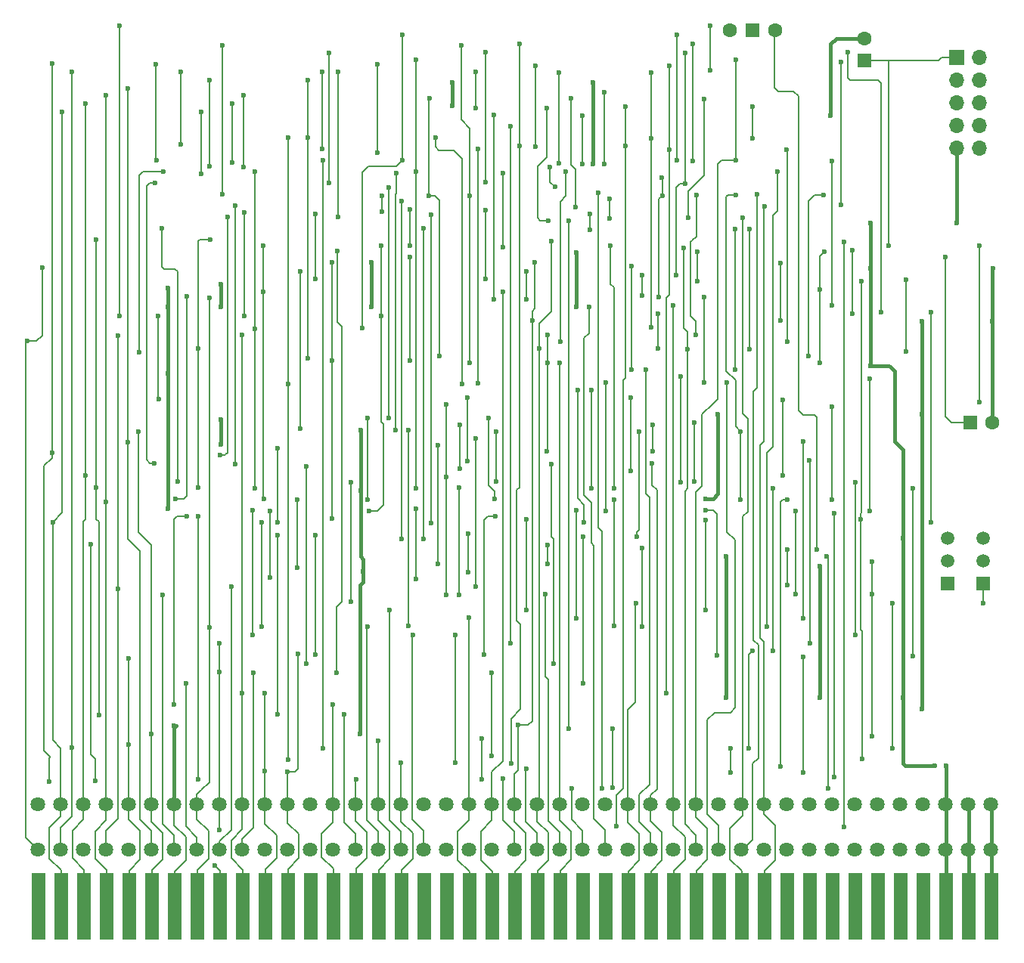
<source format=gbr>
%TF.GenerationSoftware,KiCad,Pcbnew,8.0.3*%
%TF.CreationDate,2025-02-02T19:27:09+01:00*%
%TF.ProjectId,BBARIII,42424152-4949-4492-9e6b-696361645f70,rev?*%
%TF.SameCoordinates,Original*%
%TF.FileFunction,Copper,L2,Bot*%
%TF.FilePolarity,Positive*%
%FSLAX46Y46*%
G04 Gerber Fmt 4.6, Leading zero omitted, Abs format (unit mm)*
G04 Created by KiCad (PCBNEW 8.0.3) date 2025-02-02 19:27:09*
%MOMM*%
%LPD*%
G01*
G04 APERTURE LIST*
%TA.AperFunction,ComponentPad*%
%ADD10R,1.500000X1.500000*%
%TD*%
%TA.AperFunction,ComponentPad*%
%ADD11C,1.600000*%
%TD*%
%TA.AperFunction,ComponentPad*%
%ADD12C,1.500000*%
%TD*%
%TA.AperFunction,ComponentPad*%
%ADD13R,1.600000X1.600000*%
%TD*%
%TA.AperFunction,ConnectorPad*%
%ADD14R,1.524000X7.500000*%
%TD*%
%TA.AperFunction,ComponentPad*%
%ADD15C,1.635000*%
%TD*%
%TA.AperFunction,ComponentPad*%
%ADD16R,1.700000X1.700000*%
%TD*%
%TA.AperFunction,ComponentPad*%
%ADD17O,1.700000X1.700000*%
%TD*%
%TA.AperFunction,ViaPad*%
%ADD18C,0.600000*%
%TD*%
%TA.AperFunction,Conductor*%
%ADD19C,0.200000*%
%TD*%
%TA.AperFunction,Conductor*%
%ADD20C,0.400000*%
%TD*%
G04 APERTURE END LIST*
D10*
%TO.P,SW1,1,B*%
%TO.N,Net-(SW1-B)*%
X176525000Y-45530000D03*
D11*
%TO.P,SW1,2,C*%
%TO.N,+5V*%
X173985000Y-45530000D03*
%TO.P,SW1,3,A*%
%TO.N,Net-(SW1-A)*%
X179065000Y-45530000D03*
%TD*%
D10*
%TO.P,Q2,1,D*%
%TO.N,/A22*%
X202390000Y-107545000D03*
D12*
%TO.P,Q2,2,G*%
%TO.N,Net-(Q1-G)*%
X202390000Y-105005000D03*
%TO.P,Q2,3,S*%
%TO.N,+5V*%
X202390000Y-102465000D03*
%TD*%
D13*
%TO.P,C1,1*%
%TO.N,Net-(J1-Pin_1)*%
X189115000Y-48960113D03*
D11*
%TO.P,C1,2*%
%TO.N,GND*%
X189115000Y-46460113D03*
%TD*%
D10*
%TO.P,Q1,1,D*%
%TO.N,/A22*%
X198365000Y-107545000D03*
D12*
%TO.P,Q1,2,G*%
%TO.N,Net-(Q1-G)*%
X198365000Y-105005000D03*
%TO.P,Q1,3,S*%
%TO.N,+5V*%
X198365000Y-102465000D03*
%TD*%
D14*
%TO.P,CN2,1,GND*%
%TO.N,GND*%
X203290000Y-143730000D03*
%TO.P,CN2,3,GND*%
X200750000Y-143730000D03*
%TO.P,CN2,5,+5*%
%TO.N,+5V*%
X198210000Y-143730000D03*
%TO.P,CN2,7,~{OWN}*%
%TO.N,unconnected-(CN2A-~{OWN}-Pad7)*%
X195670000Y-143730000D03*
%TO.P,CN2,9,~{SLAVE}*%
%TO.N,unconnected-(CN2A-~{SLAVE}-Pad9)*%
X193130000Y-143730000D03*
%TO.P,CN2,11,~{CFGOUT}*%
%TO.N,unconnected-(CN2A-~{CFGOUT}-Pad11)*%
X190590000Y-143730000D03*
%TO.P,CN2,13,GND*%
%TO.N,unconnected-(CN2B-GND-Pad13)*%
X188050000Y-143730000D03*
%TO.P,CN2,15,CDAC*%
%TO.N,unconnected-(CN2A-CDAC-Pad15)*%
X185510000Y-143730000D03*
%TO.P,CN2,17,~{OVR}*%
%TO.N,unconnected-(CN2A-~{OVR}-Pad17)*%
X182970000Y-143730000D03*
%TO.P,CN2,19,~{INT2}*%
%TO.N,unconnected-(CN2A-~{INT2}-Pad19)*%
X180430000Y-143730000D03*
%TO.P,CN2,21,A5*%
%TO.N,/A5*%
X177890000Y-143730000D03*
%TO.P,CN2,23,A6*%
%TO.N,/A6*%
X175350000Y-143730000D03*
%TO.P,CN2,25,GND*%
%TO.N,unconnected-(CN2B-GND-Pad25)*%
X172810000Y-143730000D03*
%TO.P,CN2,27,A2*%
%TO.N,/A2*%
X170270000Y-143730000D03*
%TO.P,CN2,29,A1*%
%TO.N,/A1*%
X167730000Y-143730000D03*
%TO.P,CN2,31,FC0*%
%TO.N,/~{FC0}*%
X165190000Y-143730000D03*
%TO.P,CN2,33,FC1*%
%TO.N,/~{FC1}*%
X162650000Y-143730000D03*
%TO.P,CN2,35,FC2*%
%TO.N,unconnected-(CN2A-FC2-Pad35)*%
X160110000Y-143730000D03*
%TO.P,CN2,37,GND*%
%TO.N,unconnected-(CN2B-GND-Pad37)*%
X157570000Y-143730000D03*
%TO.P,CN2,39,A13*%
%TO.N,/A13*%
X155030000Y-143730000D03*
%TO.P,CN2,41,A14*%
%TO.N,/A14*%
X152490000Y-143730000D03*
%TO.P,CN2,43,A15*%
%TO.N,/A15*%
X149950000Y-143730000D03*
%TO.P,CN2,45,A16*%
%TO.N,/A16*%
X147410000Y-143730000D03*
%TO.P,CN2,47,A17*%
%TO.N,/A17*%
X144870000Y-143730000D03*
%TO.P,CN2,49,GND*%
%TO.N,unconnected-(CN2B-GND-Pad49)*%
X142330000Y-143730000D03*
%TO.P,CN2,51,VMA*%
%TO.N,unconnected-(CN2A-VMA-Pad51)*%
X139790000Y-143730000D03*
%TO.P,CN2,53,~{RST}*%
%TO.N,/~{RST}*%
X137250000Y-143730000D03*
%TO.P,CN2,55,~{HALT}*%
%TO.N,/~{HLT}*%
X134710000Y-143730000D03*
%TO.P,CN2,57,A22*%
%TO.N,/A22*%
X132170000Y-143730000D03*
%TO.P,CN2,59,A23*%
%TO.N,/A23*%
X129630000Y-143730000D03*
%TO.P,CN2,61,GND*%
%TO.N,unconnected-(CN2B-GND-Pad61)*%
X127090000Y-143730000D03*
%TO.P,CN2,63,D15*%
%TO.N,/D15*%
X124550000Y-143730000D03*
%TO.P,CN2,65,D14*%
%TO.N,/D14*%
X122010000Y-143730000D03*
%TO.P,CN2,67,D13*%
%TO.N,/D13*%
X119470000Y-143730000D03*
%TO.P,CN2,69,D12*%
%TO.N,/D12*%
X116930000Y-143730000D03*
%TO.P,CN2,71,D11*%
%TO.N,/D11*%
X114390000Y-143730000D03*
%TO.P,CN2,73,GND*%
%TO.N,GND*%
X111850000Y-143730000D03*
%TO.P,CN2,75,D0*%
%TO.N,/D0*%
X109310000Y-143730000D03*
%TO.P,CN2,77,D1*%
%TO.N,/D1*%
X106770000Y-143730000D03*
%TO.P,CN2,79,D2*%
%TO.N,/D2*%
X104230000Y-143730000D03*
%TO.P,CN2,81,D3*%
%TO.N,/D3*%
X101690000Y-143730000D03*
%TO.P,CN2,83,D4*%
%TO.N,/D4*%
X99150000Y-143730000D03*
%TO.P,CN2,85,GND*%
%TO.N,unconnected-(CN2B-GND-Pad85)*%
X96610000Y-143730000D03*
%TD*%
D15*
%TO.P,CN1,1,1*%
%TO.N,GND*%
X203260000Y-132270000D03*
%TO.P,CN1,2,2*%
X203260000Y-137350000D03*
%TO.P,CN1,3,3*%
X200720000Y-132270000D03*
%TO.P,CN1,4,4*%
X200720000Y-137350000D03*
%TO.P,CN1,5,5*%
%TO.N,+5V*%
X198180000Y-132270000D03*
%TO.P,CN1,6,6*%
X198180000Y-137350000D03*
%TO.P,CN1,7,7*%
%TO.N,unconnected-(CN1-Pad7)*%
X195640000Y-132270000D03*
%TO.P,CN1,8,8*%
%TO.N,unconnected-(CN1-Pad8)*%
X195640000Y-137350000D03*
%TO.P,CN1,9,9*%
%TO.N,unconnected-(CN1-Pad9)*%
X193100000Y-132270000D03*
%TO.P,CN1,10,10*%
%TO.N,unconnected-(CN1-Pad10)*%
X193100000Y-137350000D03*
%TO.P,CN1,11,11*%
%TO.N,unconnected-(CN1-Pad11)*%
X190560000Y-132270000D03*
%TO.P,CN1,12,12*%
%TO.N,unconnected-(CN1-Pad12)*%
X190560000Y-137350000D03*
%TO.P,CN1,13,13*%
%TO.N,unconnected-(CN1-Pad13)*%
X188020000Y-132270000D03*
%TO.P,CN1,14,14*%
%TO.N,unconnected-(CN1-Pad14)*%
X188020000Y-137350000D03*
%TO.P,CN1,15,15*%
%TO.N,unconnected-(CN1-Pad15)*%
X185480000Y-132270000D03*
%TO.P,CN1,16,16*%
%TO.N,unconnected-(CN1-Pad16)*%
X185480000Y-137350000D03*
%TO.P,CN1,17,17*%
%TO.N,unconnected-(CN1-Pad17)*%
X182940000Y-132270000D03*
%TO.P,CN1,18,18*%
%TO.N,unconnected-(CN1-Pad18)*%
X182940000Y-137350000D03*
%TO.P,CN1,19,19*%
%TO.N,unconnected-(CN1-Pad19)*%
X180400000Y-132270000D03*
%TO.P,CN1,20,20*%
%TO.N,unconnected-(CN1-Pad20)*%
X180400000Y-137350000D03*
%TO.P,CN1,21,21*%
%TO.N,/A5*%
X177860000Y-132270000D03*
%TO.P,CN1,22,22*%
%TO.N,unconnected-(CN1-Pad22)*%
X177860000Y-137350000D03*
%TO.P,CN1,23,23*%
%TO.N,/A6*%
X175320000Y-132270000D03*
%TO.P,CN1,24,24*%
%TO.N,/A4*%
X175320000Y-137350000D03*
%TO.P,CN1,25,25*%
%TO.N,unconnected-(CN1-Pad25)*%
X172780000Y-132270000D03*
%TO.P,CN1,26,26*%
%TO.N,/A3*%
X172780000Y-137350000D03*
%TO.P,CN1,27,27*%
%TO.N,/A2*%
X170240000Y-132270000D03*
%TO.P,CN1,28,28*%
%TO.N,/A7*%
X170240000Y-137350000D03*
%TO.P,CN1,29,29*%
%TO.N,/A1*%
X167700000Y-132270000D03*
%TO.P,CN1,30,30*%
%TO.N,/A8*%
X167700000Y-137350000D03*
%TO.P,CN1,31,31*%
%TO.N,/~{FC0}*%
X165160000Y-132270000D03*
%TO.P,CN1,32,32*%
%TO.N,/A9*%
X165160000Y-137350000D03*
%TO.P,CN1,33,33*%
%TO.N,/~{FC1}*%
X162620000Y-132270000D03*
%TO.P,CN1,34,34*%
%TO.N,/A10*%
X162620000Y-137350000D03*
%TO.P,CN1,35,35*%
%TO.N,unconnected-(CN1-Pad35)*%
X160080000Y-132270000D03*
%TO.P,CN1,36,36*%
%TO.N,/A11*%
X160080000Y-137350000D03*
%TO.P,CN1,37,37*%
%TO.N,unconnected-(CN1-Pad37)*%
X157540000Y-132270000D03*
%TO.P,CN1,38,38*%
%TO.N,/A12*%
X157540000Y-137350000D03*
%TO.P,CN1,39,39*%
%TO.N,/A13*%
X155000000Y-132270000D03*
%TO.P,CN1,40,40*%
%TO.N,/~{EINT7}*%
X155000000Y-137350000D03*
%TO.P,CN1,41,41*%
%TO.N,/A14*%
X152460000Y-132270000D03*
%TO.P,CN1,42,42*%
%TO.N,/~{EINT5}*%
X152460000Y-137350000D03*
%TO.P,CN1,43,43*%
%TO.N,/A15*%
X149920000Y-132270000D03*
%TO.P,CN1,44,44*%
%TO.N,/~{EINT4}*%
X149920000Y-137350000D03*
%TO.P,CN1,45,45*%
%TO.N,/A16*%
X147380000Y-132270000D03*
%TO.P,CN1,46,46*%
%TO.N,unconnected-(CN1-Pad46)*%
X147380000Y-137350000D03*
%TO.P,CN1,47,47*%
%TO.N,/A17*%
X144840000Y-132270000D03*
%TO.P,CN1,48,48*%
%TO.N,unconnected-(CN1-Pad48)*%
X144840000Y-137350000D03*
%TO.P,CN1,49,49*%
%TO.N,unconnected-(CN1-Pad49)*%
X142300000Y-132270000D03*
%TO.P,CN1,50,50*%
%TO.N,unconnected-(CN1-Pad50)*%
X142300000Y-137350000D03*
%TO.P,CN1,51,51*%
%TO.N,unconnected-(CN1-Pad51)*%
X139760000Y-132270000D03*
%TO.P,CN1,52,52*%
%TO.N,/A18*%
X139760000Y-137350000D03*
%TO.P,CN1,53,53*%
%TO.N,/~{RST}*%
X137220000Y-132270000D03*
%TO.P,CN1,54,54*%
%TO.N,/A19*%
X137220000Y-137350000D03*
%TO.P,CN1,55,55*%
%TO.N,/~{HLT}*%
X134680000Y-132270000D03*
%TO.P,CN1,56,56*%
%TO.N,/A20*%
X134680000Y-137350000D03*
%TO.P,CN1,57,57*%
%TO.N,/A22*%
X132140000Y-132270000D03*
%TO.P,CN1,58,58*%
%TO.N,/A21*%
X132140000Y-137350000D03*
%TO.P,CN1,59,59*%
%TO.N,/A23*%
X129600000Y-132270000D03*
%TO.P,CN1,60,60*%
%TO.N,unconnected-(CN1-Pad60)*%
X129600000Y-137350000D03*
%TO.P,CN1,61,61*%
%TO.N,unconnected-(CN1-Pad61)*%
X127060000Y-132270000D03*
%TO.P,CN1,62,62*%
%TO.N,unconnected-(CN1-Pad62)*%
X127060000Y-137350000D03*
%TO.P,CN1,63,63*%
%TO.N,/D15*%
X124520000Y-132270000D03*
%TO.P,CN1,64,64*%
%TO.N,unconnected-(CN1-Pad64)*%
X124520000Y-137350000D03*
%TO.P,CN1,65,65*%
%TO.N,/D14*%
X121980000Y-132270000D03*
%TO.P,CN1,66,66*%
%TO.N,unconnected-(CN1-Pad66)*%
X121980000Y-137350000D03*
%TO.P,CN1,67,67*%
%TO.N,/D13*%
X119440000Y-132270000D03*
%TO.P,CN1,68,68*%
%TO.N,/R_W*%
X119440000Y-137350000D03*
%TO.P,CN1,69,69*%
%TO.N,/D12*%
X116900000Y-132270000D03*
%TO.P,CN1,70,70*%
%TO.N,/~{LDS}*%
X116900000Y-137350000D03*
%TO.P,CN1,71,71*%
%TO.N,/D11*%
X114360000Y-132270000D03*
%TO.P,CN1,72,72*%
%TO.N,/~{UDS}*%
X114360000Y-137350000D03*
%TO.P,CN1,73,73*%
%TO.N,GND*%
X111820000Y-132270000D03*
%TO.P,CN1,74,74*%
%TO.N,/~{AS}*%
X111820000Y-137350000D03*
%TO.P,CN1,75,75*%
%TO.N,/D0*%
X109280000Y-132270000D03*
%TO.P,CN1,76,76*%
%TO.N,/D10*%
X109280000Y-137350000D03*
%TO.P,CN1,77,77*%
%TO.N,/D1*%
X106740000Y-132270000D03*
%TO.P,CN1,78,78*%
%TO.N,/D9*%
X106740000Y-137350000D03*
%TO.P,CN1,79,79*%
%TO.N,/D2*%
X104200000Y-132270000D03*
%TO.P,CN1,80,80*%
%TO.N,/D8*%
X104200000Y-137350000D03*
%TO.P,CN1,81,81*%
%TO.N,/D3*%
X101660000Y-132270000D03*
%TO.P,CN1,82,82*%
%TO.N,/D7*%
X101660000Y-137350000D03*
%TO.P,CN1,83,83*%
%TO.N,/D4*%
X99120000Y-132270000D03*
%TO.P,CN1,84,84*%
%TO.N,/D6*%
X99120000Y-137350000D03*
%TO.P,CN1,85,85*%
%TO.N,GND*%
X96580000Y-132270000D03*
%TO.P,CN1,86,86*%
%TO.N,/D5*%
X96580000Y-137350000D03*
%TD*%
D13*
%TO.P,C6,1*%
%TO.N,Net-(D3-K)*%
X200904887Y-89505000D03*
D11*
%TO.P,C6,2*%
%TO.N,GND*%
X203404887Y-89505000D03*
%TD*%
D16*
%TO.P,J1,1,Pin_1*%
%TO.N,Net-(J1-Pin_1)*%
X199400000Y-48590000D03*
D17*
%TO.P,J1,2,Pin_2*%
%TO.N,Net-(J1-Pin_2)*%
X201940000Y-48590000D03*
%TO.P,J1,3,Pin_3*%
%TO.N,unconnected-(J1-Pin_3-Pad3)*%
X199400000Y-51130000D03*
%TO.P,J1,4,Pin_4*%
%TO.N,unconnected-(J1-Pin_4-Pad4)*%
X201940000Y-51130000D03*
%TO.P,J1,5,Pin_5*%
%TO.N,GND*%
X199400000Y-53670000D03*
%TO.P,J1,6,Pin_6*%
%TO.N,Net-(J1-Pin_6)*%
X201940000Y-53670000D03*
%TO.P,J1,7,Pin_7*%
%TO.N,unconnected-(J1-Pin_7-Pad7)*%
X199400000Y-56210000D03*
%TO.P,J1,8,Pin_8*%
%TO.N,unconnected-(J1-Pin_8-Pad8)*%
X201940000Y-56210000D03*
%TO.P,J1,9,Pin_9*%
%TO.N,+5V*%
X199400000Y-58750000D03*
%TO.P,J1,10,Pin_10*%
%TO.N,Net-(J1-Pin_10)*%
X201940000Y-58750000D03*
%TD*%
D18*
%TO.N,Net-(U10-~{CE})*%
X164220000Y-112410000D03*
X178150000Y-112410000D03*
X179370000Y-61440000D03*
X164220000Y-103540000D03*
%TO.N,Net-(U2-IO1)*%
X147730000Y-99970000D03*
X172540000Y-115550000D03*
X171280000Y-99340000D03*
X127580000Y-102160000D03*
X146460000Y-115520000D03*
X127590000Y-115520000D03*
%TO.N,/A5*%
X119660000Y-65980000D03*
X138200000Y-69720000D03*
X135000000Y-77540000D03*
X133610000Y-99410000D03*
X177870000Y-65320000D03*
X160530000Y-64450000D03*
X119650000Y-77550000D03*
X138200000Y-65620000D03*
X135000000Y-69720000D03*
X160530000Y-66680000D03*
%TO.N,/A8*%
X186780000Y-134780000D03*
X138180000Y-70980000D03*
X186780000Y-69240000D03*
X129460000Y-82570000D03*
X138190000Y-82560000D03*
X129450000Y-100290000D03*
X163040000Y-83580000D03*
X163020000Y-72010000D03*
X129450000Y-71590000D03*
%TO.N,/A15*%
X103370000Y-122240000D03*
X150310000Y-123410000D03*
X151900000Y-78060000D03*
X152160000Y-71570000D03*
X179650000Y-78060000D03*
X179650000Y-71620000D03*
X103080000Y-96830000D03*
X103080000Y-69050000D03*
%TO.N,GND*%
X158730000Y-51400000D03*
X117020000Y-89200000D03*
X203470000Y-72230000D03*
X132620000Y-124410000D03*
X132680000Y-97110000D03*
X172670000Y-88610000D03*
X111820000Y-123440000D03*
X195520000Y-78140000D03*
X195530000Y-88600000D03*
X142930000Y-54020000D03*
X158730000Y-60550000D03*
X185300000Y-55100000D03*
X171310000Y-98030000D03*
X132977500Y-106205000D03*
X132680000Y-90350000D03*
X195530000Y-121620000D03*
X203410000Y-78140000D03*
X117020000Y-91960000D03*
X142960000Y-51400000D03*
%TO.N,+5V*%
X156840000Y-70440000D03*
X173590000Y-120320000D03*
X111100000Y-83980000D03*
X111090000Y-74460000D03*
X133870000Y-71590000D03*
X186460000Y-49100000D03*
X117040000Y-74010000D03*
X133890000Y-76560000D03*
X156840000Y-76560000D03*
X186460000Y-65120000D03*
X193400000Y-120320000D03*
X117020000Y-76560000D03*
X189720000Y-67130000D03*
X189740000Y-83130000D03*
X111100000Y-99150000D03*
X189740000Y-72240000D03*
X196950000Y-127960000D03*
X193400000Y-102470000D03*
X173590000Y-104530000D03*
X199400000Y-67130000D03*
X111090000Y-76560000D03*
X184130000Y-105630000D03*
X198200000Y-127960000D03*
X184130000Y-120320000D03*
%TO.N,/~{OE}*%
X143970000Y-47290000D03*
X153540000Y-92770000D03*
X117210000Y-63950000D03*
X144930000Y-64130000D03*
X170250000Y-63990000D03*
X170200000Y-79710000D03*
X153570000Y-82850000D03*
X117210000Y-47300000D03*
X174690000Y-64010000D03*
X175190000Y-90510000D03*
X144920000Y-82850000D03*
X153570000Y-79700000D03*
X175190000Y-98150000D03*
%TO.N,Net-(U4-IO4)*%
X161050000Y-112270000D03*
X136560000Y-90370000D03*
X161050000Y-98150000D03*
X138070000Y-90380000D03*
X138070000Y-112270000D03*
X136690000Y-61560000D03*
%TO.N,Net-(U4-IO5)*%
X148590000Y-61600000D03*
X161030000Y-96890000D03*
X160630000Y-69690000D03*
X148590000Y-69850000D03*
%TO.N,/A1*%
X132850000Y-78960000D03*
X167700000Y-76390000D03*
X120820000Y-61400000D03*
X137330000Y-46060000D03*
X185450000Y-76410000D03*
X168060000Y-60150000D03*
X137330000Y-60160000D03*
X120810000Y-78980000D03*
X120810000Y-96860000D03*
X168060000Y-46060000D03*
X185450000Y-60180000D03*
%TO.N,Net-(U4-IO8)*%
X107920000Y-81660000D03*
X168480000Y-84320000D03*
X110610000Y-61390000D03*
X168480000Y-96210000D03*
%TO.N,/A16*%
X121820000Y-98090000D03*
X121810000Y-74890000D03*
X121810000Y-69690000D03*
X148600000Y-74890000D03*
%TO.N,Net-(U2-I8)*%
X143800000Y-94670000D03*
X165360000Y-89760000D03*
X143800000Y-89760000D03*
X165370000Y-92770000D03*
%TO.N,Net-(U2-I9)*%
X162920000Y-86700000D03*
X144670000Y-86710000D03*
X162920000Y-94950000D03*
X144670000Y-93810000D03*
%TO.N,Net-(U3-IO4)*%
X146980000Y-88990000D03*
X147660000Y-98100000D03*
X170010000Y-89520000D03*
X170010000Y-96130000D03*
%TO.N,/A9*%
X174580000Y-83610000D03*
X112180000Y-96120000D03*
X164600000Y-83600000D03*
X110450000Y-67750000D03*
X174580000Y-67810000D03*
%TO.N,Net-(U2-IO7)*%
X171280000Y-100410000D03*
X147870000Y-90510000D03*
X147870000Y-96120000D03*
X151210000Y-100310000D03*
X171290000Y-110500000D03*
X151220000Y-110510000D03*
%TO.N,Net-(U2-IO8)*%
X153580000Y-103210000D03*
X153580000Y-105370000D03*
X141360000Y-92050000D03*
X141360000Y-105370000D03*
%TO.N,Net-(U3-IO2)*%
X144710000Y-106240000D03*
X144710000Y-101930000D03*
%TO.N,Net-(U3-I03)*%
X138850000Y-107040000D03*
X138850000Y-99150000D03*
%TO.N,Net-(U3-I5)*%
X156830000Y-111420000D03*
X156840000Y-99370000D03*
X182210000Y-91650000D03*
X182210000Y-111420000D03*
%TO.N,Net-(U2-IO6)*%
X126590000Y-116520000D03*
X154010000Y-94200000D03*
X126590000Y-94420000D03*
X154300000Y-116520000D03*
%TO.N,/~{FC0}*%
X165320000Y-94060000D03*
%TO.N,/A17*%
X144840000Y-111380000D03*
X111970000Y-98090000D03*
X113220000Y-75380000D03*
%TO.N,Net-(U1-IO8)*%
X123400000Y-100660000D03*
X123400000Y-92370000D03*
%TO.N,Net-(U1-IO2)*%
X122540000Y-99390000D03*
X122530000Y-106900000D03*
%TO.N,/A18*%
X120590000Y-99360000D03*
X120590000Y-113280000D03*
X138530000Y-113280000D03*
%TO.N,Net-(U1-IO1)*%
X125550000Y-105750000D03*
X125570000Y-98130000D03*
%TO.N,Net-(Q1-G)*%
X189940000Y-108760000D03*
X189940000Y-124680000D03*
X189950000Y-105070000D03*
%TO.N,/A19*%
X135940000Y-110510000D03*
%TO.N,/A10*%
X155960000Y-123790000D03*
X171120000Y-53260000D03*
X155960000Y-66870000D03*
X145530000Y-54320000D03*
X153680000Y-66870000D03*
X169330000Y-66550000D03*
X160910000Y-123790000D03*
X130180000Y-50190000D03*
X160910000Y-130420000D03*
X153510000Y-54320000D03*
X116970000Y-93140000D03*
X130160000Y-66500000D03*
X117760000Y-66470000D03*
X145540000Y-50190000D03*
%TO.N,/~{FC1}*%
X131600000Y-109600000D03*
X131610000Y-96230000D03*
X163480000Y-109770000D03*
%TO.N,Net-(U5-I7)*%
X194510000Y-115710000D03*
X174080000Y-128700000D03*
X174080000Y-126010000D03*
X182200000Y-115720000D03*
X182190000Y-128700000D03*
X194520000Y-96910000D03*
%TO.N,Net-(U5-IO5)*%
X176130000Y-125990000D03*
X176590000Y-115060000D03*
X178850000Y-115060000D03*
X178850000Y-96910000D03*
%TO.N,Net-(U5-IO6)*%
X182910000Y-93720000D03*
X182960000Y-114200000D03*
%TO.N,/A11*%
X109590000Y-94050000D03*
X158270000Y-76540000D03*
X168990000Y-48070000D03*
X129180000Y-62700000D03*
X109700000Y-62670000D03*
X146680000Y-62570000D03*
X129180000Y-48070000D03*
X167970000Y-73000000D03*
X164190000Y-73010000D03*
X168990000Y-62740000D03*
X146680000Y-48050000D03*
X164190000Y-75300000D03*
%TO.N,/A12*%
X127650000Y-66140000D03*
X159690000Y-130470000D03*
X118650000Y-94190000D03*
X127650000Y-73390000D03*
X156340000Y-130470000D03*
X118650000Y-65190000D03*
X146670000Y-65710000D03*
X146660000Y-73390000D03*
X159280000Y-63760000D03*
%TO.N,/~{RST}*%
X143300000Y-113280000D03*
X137220000Y-127630000D03*
X188030000Y-113280000D03*
X188030000Y-96190000D03*
X143300000Y-127630000D03*
%TO.N,/A13*%
X125890000Y-72590000D03*
X184090000Y-74570000D03*
X184610000Y-70340000D03*
X184080000Y-82790000D03*
X125890000Y-90220000D03*
X155000000Y-82790000D03*
X151240000Y-72610000D03*
X151240000Y-75730000D03*
%TO.N,/A20*%
X121580000Y-112370000D03*
X133440000Y-112370000D03*
X121590000Y-100650000D03*
%TO.N,/A14*%
X152650000Y-81190000D03*
X154010000Y-69210000D03*
X114490000Y-81200000D03*
X165970000Y-81190000D03*
X187740000Y-70190000D03*
X165960000Y-77320000D03*
X114480000Y-96830000D03*
X115820000Y-69040000D03*
X187730000Y-77320000D03*
%TO.N,/~{HLT}*%
X134680000Y-125160000D03*
X179700000Y-128030000D03*
X180430000Y-98180000D03*
%TO.N,/A21*%
X123390000Y-102170000D03*
X123390000Y-122230000D03*
X130870000Y-122230000D03*
%TO.N,/A22*%
X132150000Y-129500000D03*
X192230000Y-109770000D03*
X192230000Y-125970000D03*
X146220000Y-129500000D03*
X146230000Y-124910000D03*
X202380000Y-109760000D03*
X114510000Y-99990000D03*
X114530000Y-129500000D03*
%TO.N,Net-(D3-A)*%
X189710000Y-99460000D03*
X201960000Y-87240000D03*
X189710000Y-84570000D03*
X201940000Y-69680000D03*
%TO.N,Net-(D3-K)*%
X193700000Y-81530000D03*
X193700000Y-73530000D03*
X198160000Y-70960000D03*
%TO.N,/A23*%
X129590000Y-121120000D03*
X113200000Y-100010000D03*
X111770000Y-121120000D03*
%TO.N,/D15*%
X150440000Y-47100000D03*
X150440000Y-58500000D03*
X169860000Y-60190000D03*
X169860000Y-47100000D03*
X125690000Y-115400000D03*
X124510000Y-128640000D03*
X149520000Y-127720000D03*
%TO.N,/A3*%
X133490000Y-89020000D03*
X171150000Y-75500000D03*
X166430000Y-62060000D03*
X166440000Y-64130000D03*
X166090000Y-75500000D03*
X135790000Y-89010000D03*
X135790000Y-63190000D03*
X133490000Y-98120000D03*
X171150000Y-85060000D03*
X173690000Y-85060000D03*
%TO.N,/A4*%
X182800000Y-82060000D03*
X184550000Y-63990000D03*
X140370000Y-53170000D03*
X140340000Y-64110000D03*
X137290000Y-64740000D03*
X135030000Y-65880000D03*
X156720000Y-65410000D03*
X137290000Y-102550000D03*
X141490000Y-82070000D03*
X135030000Y-64080000D03*
X177030000Y-63980000D03*
X156240000Y-53190000D03*
%TO.N,/A6*%
X158350000Y-67950000D03*
X158330000Y-66160000D03*
X140570000Y-66270000D03*
X175430000Y-66530000D03*
X140580000Y-100810000D03*
%TO.N,/A7*%
X176250000Y-67800000D03*
X139700000Y-67770000D03*
X169270000Y-81270000D03*
X139700000Y-102540000D03*
X176250000Y-81290000D03*
X168840000Y-69930000D03*
%TO.N,/A2*%
X153900000Y-60930000D03*
X174690000Y-48850000D03*
X154430000Y-63080000D03*
X138900000Y-96840000D03*
X138900000Y-48850000D03*
X138900000Y-61430000D03*
X174680000Y-60140000D03*
%TO.N,/D14*%
X166880000Y-119850000D03*
X152250000Y-49580000D03*
X121980000Y-128560000D03*
X167210000Y-49580000D03*
X152260000Y-58570000D03*
X121980000Y-119850000D03*
X167210000Y-58910000D03*
%TO.N,/R_W*%
X170340000Y-70340000D03*
X130080000Y-70320000D03*
X120700000Y-117520000D03*
X188780000Y-73710000D03*
X147380000Y-126880000D03*
X188640000Y-100390000D03*
X188810000Y-127210000D03*
X170340000Y-73710000D03*
X129980000Y-117520000D03*
X147380000Y-117520000D03*
%TO.N,/D13*%
X119430000Y-79730000D03*
X119430000Y-119800000D03*
X165180000Y-78820000D03*
X154910000Y-50330000D03*
X165180000Y-50330000D03*
X154910000Y-60430000D03*
X165180000Y-57650000D03*
%TO.N,/~{LDS}*%
X145600000Y-91290000D03*
X118180000Y-107870000D03*
X145590000Y-107870000D03*
%TO.N,/D12*%
X149480000Y-114270000D03*
X116370000Y-139150000D03*
X149460000Y-56360000D03*
X116900000Y-117440000D03*
X116900000Y-114270000D03*
X116900000Y-135130000D03*
%TO.N,/~{UDS}*%
X163840000Y-90530000D03*
X157600000Y-102310000D03*
X157600000Y-118710000D03*
X113110000Y-118710000D03*
X163560000Y-102320000D03*
%TO.N,/D11*%
X157470000Y-60590000D03*
X147590000Y-75690000D03*
X115750000Y-112440000D03*
X115750000Y-75510000D03*
X147590000Y-55090000D03*
X157490000Y-55105000D03*
%TO.N,/~{AS}*%
X179930000Y-86980000D03*
X110540000Y-108800000D03*
X142290000Y-87470000D03*
X142290000Y-108800000D03*
X179950000Y-95470000D03*
X142290000Y-95570000D03*
%TO.N,/D3*%
X101840000Y-53800000D03*
X118320000Y-60410000D03*
X118320000Y-53790000D03*
X101840000Y-95480000D03*
%TO.N,/D10*%
X159960000Y-60540000D03*
X159960000Y-52480000D03*
X106650000Y-52060000D03*
X106650000Y-91750000D03*
%TO.N,/D8*%
X180400000Y-58920000D03*
X155680000Y-61430000D03*
X105500000Y-108140000D03*
X180420000Y-80450000D03*
X105500000Y-79800000D03*
X155030000Y-80460000D03*
%TO.N,/D0*%
X160130000Y-85060000D03*
X145850000Y-58880000D03*
X145840000Y-85070000D03*
X160130000Y-99420000D03*
X128440000Y-60120000D03*
X109280000Y-124380000D03*
X128450000Y-125980000D03*
X107790000Y-90510000D03*
%TO.N,/D4*%
X114820000Y-54720000D03*
X98210000Y-100660000D03*
X99240000Y-54720000D03*
X114830000Y-61660000D03*
%TO.N,/D9*%
X102450000Y-103160000D03*
X162360000Y-58560000D03*
X161330000Y-134730000D03*
X176550000Y-57640000D03*
X176570000Y-54090000D03*
X162360000Y-54090000D03*
X102980000Y-129670000D03*
%TO.N,/D2*%
X104190000Y-52890000D03*
X104190000Y-98400000D03*
X119570000Y-52890000D03*
X119580000Y-60890000D03*
%TO.N,/D7*%
X109770000Y-49340000D03*
X97850000Y-129770000D03*
X134550000Y-59280000D03*
X134540000Y-49370000D03*
X98130000Y-92870000D03*
X98170000Y-49330000D03*
X109800000Y-60120000D03*
%TO.N,/D6*%
X128420000Y-50260000D03*
X112560000Y-50260000D03*
X100390000Y-125880000D03*
X112560000Y-58370000D03*
X100370000Y-50260000D03*
X128410000Y-58870000D03*
%TO.N,/D1*%
X124590000Y-127280000D03*
X156960000Y-85850000D03*
X144050000Y-85200000D03*
X157660000Y-100690000D03*
X124590000Y-57610000D03*
X106730000Y-115890000D03*
X106730000Y-125550000D03*
X124600000Y-85220000D03*
X141060000Y-57620000D03*
%TO.N,/D5*%
X126810000Y-82310000D03*
X115780000Y-51170000D03*
X126810000Y-51180000D03*
X97030000Y-72190000D03*
X95340000Y-80400000D03*
X126810000Y-57590000D03*
X115780000Y-60770000D03*
%TO.N,/~{EINT7}*%
X181350000Y-99460000D03*
X153380000Y-108750000D03*
X181350000Y-108750000D03*
%TO.N,/~{EINT5}*%
X151200000Y-128300000D03*
X185720000Y-99680000D03*
X185720000Y-129260000D03*
%TO.N,/~{EINT4}*%
X148650000Y-129420000D03*
X184850000Y-104490000D03*
X185050000Y-130480000D03*
%TO.N,Net-(SW1-A)*%
X143670000Y-96830000D03*
X180440000Y-107750000D03*
X180410000Y-103710000D03*
X143670000Y-108780000D03*
X183790000Y-103710000D03*
%TO.N,Net-(SW1-B)*%
X196530000Y-77170000D03*
X187190000Y-48050000D03*
X196530000Y-100720000D03*
X190920000Y-77170000D03*
%TO.N,Net-(J1-Pin_1)*%
X191760000Y-69700000D03*
%TO.N,Net-(J1-Pin_10)*%
X158530000Y-85860000D03*
X158520000Y-96850000D03*
%TO.N,Net-(J1-Pin_2)*%
X171790000Y-50100000D03*
X105650000Y-77550000D03*
X185470000Y-87740000D03*
X110050000Y-86890000D03*
X185460000Y-98180000D03*
X105650000Y-45060000D03*
X110040000Y-77550000D03*
X171790000Y-45060000D03*
%TD*%
D19*
%TO.N,Net-(U10-~{CE})*%
X178810000Y-92240000D02*
X178150000Y-92900000D01*
X164220000Y-103540000D02*
X164220000Y-112410000D01*
X179370000Y-61460000D02*
X179360000Y-61470000D01*
X178150000Y-92900000D02*
X178150000Y-112410000D01*
X179360000Y-61470000D02*
X179360000Y-65770000D01*
X179360000Y-65770000D02*
X179340000Y-65770000D01*
X179340000Y-65770000D02*
X178810000Y-66300000D01*
X178810000Y-66300000D02*
X178810000Y-92240000D01*
%TO.N,Net-(U2-IO1)*%
X146460000Y-100420000D02*
X146460000Y-115520000D01*
X172540000Y-99750000D02*
X172130000Y-99340000D01*
X146910000Y-99970000D02*
X146460000Y-100420000D01*
X127580000Y-115510000D02*
X127590000Y-115520000D01*
X172540000Y-115550000D02*
X172540000Y-99750000D01*
X147730000Y-99970000D02*
X146910000Y-99970000D01*
X172130000Y-99340000D02*
X171280000Y-99340000D01*
X127580000Y-102160000D02*
X127580000Y-115510000D01*
%TO.N,/A5*%
X177860000Y-114080000D02*
X177410000Y-113630000D01*
X177890000Y-143730000D02*
X177890000Y-139760000D01*
X135230000Y-89700000D02*
X135230000Y-98780000D01*
X179110000Y-134660000D02*
X177860000Y-133410000D01*
X177860000Y-91600000D02*
X177860000Y-65330000D01*
X179110000Y-138540000D02*
X179110000Y-134660000D01*
X135000000Y-69720000D02*
X135000000Y-77540000D01*
X177410000Y-92050000D02*
X177860000Y-91600000D01*
X160530000Y-64450000D02*
X160530000Y-66680000D01*
X119650000Y-77550000D02*
X119650000Y-65990000D01*
X119650000Y-65990000D02*
X119660000Y-65980000D01*
X134600000Y-99410000D02*
X133610000Y-99410000D01*
X135230000Y-98780000D02*
X134600000Y-99410000D01*
X135000000Y-89470000D02*
X135230000Y-89700000D01*
X177410000Y-113630000D02*
X177410000Y-92050000D01*
X138200000Y-65620000D02*
X138200000Y-69720000D01*
X135000000Y-77540000D02*
X135000000Y-89470000D01*
X177890000Y-139760000D02*
X179110000Y-138540000D01*
X177860000Y-133410000D02*
X177860000Y-114080000D01*
X177860000Y-65330000D02*
X177870000Y-65320000D01*
%TO.N,/A8*%
X163020000Y-83560000D02*
X163040000Y-83580000D01*
X129460000Y-82570000D02*
X129460000Y-71600000D01*
X186780000Y-69240000D02*
X186780000Y-134780000D01*
X129460000Y-100280000D02*
X129450000Y-100290000D01*
X138190000Y-82560000D02*
X138190000Y-70990000D01*
X138190000Y-70990000D02*
X138180000Y-70980000D01*
X129460000Y-71600000D02*
X129450000Y-71590000D01*
X163020000Y-72010000D02*
X163020000Y-83560000D01*
X129460000Y-82570000D02*
X129460000Y-100280000D01*
%TO.N,/A15*%
X149950000Y-139770000D02*
X151190000Y-138530000D01*
X149920000Y-132270000D02*
X149920000Y-128860000D01*
X149920000Y-128860000D02*
X150310000Y-128470000D01*
X103080000Y-100340000D02*
X103080000Y-96830000D01*
X151190000Y-135470000D02*
X149920000Y-134200000D01*
X150310000Y-123410000D02*
X151440000Y-123410000D01*
X149920000Y-134200000D02*
X149920000Y-132270000D01*
X103370000Y-100630000D02*
X103080000Y-100340000D01*
X151900000Y-77030000D02*
X152160000Y-76770000D01*
X151900000Y-122950000D02*
X151900000Y-78060000D01*
X150310000Y-128470000D02*
X150310000Y-123410000D01*
X151190000Y-138530000D02*
X151190000Y-135470000D01*
X179650000Y-78060000D02*
X179650000Y-71620000D01*
X151900000Y-78060000D02*
X151900000Y-77030000D01*
X151440000Y-123410000D02*
X151900000Y-122950000D01*
X103080000Y-96830000D02*
X103080000Y-69050000D01*
X149950000Y-143730000D02*
X149950000Y-139770000D01*
X103370000Y-122240000D02*
X103370000Y-100630000D01*
X152160000Y-76770000D02*
X152160000Y-71570000D01*
D20*
%TO.N,GND*%
X203260000Y-137350000D02*
X203280000Y-137330000D01*
X185300000Y-47080000D02*
X185300000Y-55100000D01*
X203420000Y-78150000D02*
X203420000Y-89500113D01*
X172670000Y-88610000D02*
X172670000Y-97470000D01*
D19*
X113120000Y-135920000D02*
X111820000Y-134620000D01*
D20*
X185919887Y-46460113D02*
X185300000Y-47080000D01*
X203420000Y-89500113D02*
X203424887Y-89505000D01*
X203410000Y-78140000D02*
X203420000Y-78150000D01*
D19*
X111850000Y-139770000D02*
X113120000Y-138500000D01*
D20*
X132977500Y-106205000D02*
X132977500Y-107372500D01*
X195530000Y-78150000D02*
X195520000Y-78140000D01*
X203410000Y-78140000D02*
X203420000Y-78130000D01*
X172670000Y-97470000D02*
X172110000Y-98030000D01*
D19*
X111820000Y-134620000D02*
X111820000Y-132270000D01*
D20*
X200730000Y-132280000D02*
X200720000Y-132270000D01*
X200730000Y-143710000D02*
X200730000Y-132280000D01*
X195530000Y-121620000D02*
X195530000Y-88600000D01*
X132620000Y-107730000D02*
X132620000Y-124410000D01*
X132977500Y-104807500D02*
X132977500Y-106205000D01*
X112000000Y-123440000D02*
X111820000Y-123620000D01*
X203290000Y-143730000D02*
X203290000Y-137380000D01*
X203420000Y-78130000D02*
X203420000Y-72280000D01*
X203260000Y-132270000D02*
X203275000Y-132255000D01*
X142960000Y-51400000D02*
X142940000Y-51420000D01*
X111820000Y-123620000D02*
X111820000Y-132270000D01*
X200750000Y-143730000D02*
X200730000Y-143710000D01*
X132680000Y-90350000D02*
X132680000Y-97110000D01*
X203280000Y-137330000D02*
X203280000Y-132290000D01*
X203275000Y-132255000D02*
X203430000Y-132255000D01*
D19*
X113120000Y-138500000D02*
X113120000Y-135920000D01*
X111850000Y-143730000D02*
X111850000Y-139770000D01*
D20*
X132977500Y-107372500D02*
X132620000Y-107730000D01*
X200735000Y-132255000D02*
X200890000Y-132255000D01*
X189115000Y-46460113D02*
X185919887Y-46460113D01*
X203290000Y-137380000D02*
X203260000Y-137350000D01*
X142940000Y-51420000D02*
X142940000Y-54010000D01*
X203280000Y-132290000D02*
X203260000Y-132270000D01*
X158730000Y-60550000D02*
X158730000Y-51400000D01*
X200720000Y-132270000D02*
X200735000Y-132255000D01*
X195530000Y-88600000D02*
X195530000Y-78150000D01*
X117020000Y-91960000D02*
X117020000Y-89200000D01*
X132680000Y-104510000D02*
X132977500Y-104807500D01*
X203420000Y-72280000D02*
X203470000Y-72230000D01*
X172110000Y-98030000D02*
X171310000Y-98030000D01*
X142940000Y-54010000D02*
X142930000Y-54020000D01*
X132680000Y-97110000D02*
X132680000Y-104510000D01*
%TO.N,+5V*%
X193400000Y-120320000D02*
X193400000Y-102470000D01*
X133870000Y-71590000D02*
X133870000Y-76540000D01*
X192450000Y-91610000D02*
X192450000Y-83760000D01*
X199400000Y-67130000D02*
X199390000Y-67120000D01*
X191820000Y-83130000D02*
X189740000Y-83130000D01*
X189740000Y-72240000D02*
X189740000Y-67150000D01*
X111100000Y-76550000D02*
X111100000Y-74470000D01*
X196950000Y-127960000D02*
X193650000Y-127960000D01*
X111090000Y-76560000D02*
X111100000Y-76550000D01*
X193400000Y-102470000D02*
X193400000Y-92560000D01*
X133870000Y-76540000D02*
X133890000Y-76560000D01*
X117040000Y-74010000D02*
X117040000Y-76540000D01*
X184130000Y-120320000D02*
X184130000Y-105630000D01*
X111100000Y-76570000D02*
X111090000Y-76560000D01*
X111100000Y-99150000D02*
X111100000Y-83980000D01*
X193650000Y-127960000D02*
X193400000Y-127710000D01*
X192450000Y-83760000D02*
X191960000Y-83270000D01*
X193400000Y-127710000D02*
X193400000Y-120320000D01*
X117040000Y-76540000D02*
X117020000Y-76560000D01*
X198210000Y-128030000D02*
X198210000Y-143730000D01*
X111100000Y-74470000D02*
X111090000Y-74460000D01*
X173590000Y-104530000D02*
X173590000Y-120320000D01*
X198140000Y-127960000D02*
X198210000Y-128030000D01*
X189740000Y-83130000D02*
X189740000Y-72240000D01*
X199390000Y-58760000D02*
X199400000Y-58750000D01*
X191960000Y-83270000D02*
X191820000Y-83130000D01*
D19*
X186460000Y-65120000D02*
X186460000Y-49100000D01*
D20*
X156840000Y-76560000D02*
X156840000Y-70440000D01*
X111100000Y-83980000D02*
X111100000Y-76570000D01*
X189740000Y-67150000D02*
X189720000Y-67130000D01*
X199390000Y-67120000D02*
X199390000Y-58760000D01*
X193400000Y-92560000D02*
X192450000Y-91610000D01*
D19*
%TO.N,/~{OE}*%
X117210000Y-47300000D02*
X117210000Y-63950000D01*
X169630000Y-77580000D02*
X170110000Y-78060000D01*
X153570000Y-82850000D02*
X153570000Y-92740000D01*
X170250000Y-68650000D02*
X169790000Y-69110000D01*
X143950000Y-55600000D02*
X143950000Y-47310000D01*
X144930000Y-82840000D02*
X144920000Y-82850000D01*
X170200000Y-78150000D02*
X170200000Y-79710000D01*
X170250000Y-63990000D02*
X170250000Y-68650000D01*
X173610000Y-64640000D02*
X173610000Y-64230000D01*
X169790000Y-69110000D02*
X169630000Y-69270000D01*
X174650000Y-84810000D02*
X173610000Y-83770000D01*
X153570000Y-92740000D02*
X153540000Y-92770000D01*
X175190000Y-90510000D02*
X174650000Y-89970000D01*
X173840000Y-64000000D02*
X174680000Y-64000000D01*
X170110000Y-78060000D02*
X170200000Y-78150000D01*
X169630000Y-69270000D02*
X169630000Y-77420000D01*
X144930000Y-56580000D02*
X143950000Y-55600000D01*
X169630000Y-77420000D02*
X169630000Y-77580000D01*
X173610000Y-83770000D02*
X173610000Y-64640000D01*
X173610000Y-64230000D02*
X173840000Y-64000000D01*
X153570000Y-79700000D02*
X153570000Y-82850000D01*
X174680000Y-64000000D02*
X174690000Y-64010000D01*
X175190000Y-90510000D02*
X175190000Y-98150000D01*
X144930000Y-64130000D02*
X144930000Y-56580000D01*
X174650000Y-89970000D02*
X174650000Y-84810000D01*
X144930000Y-64130000D02*
X144930000Y-82840000D01*
X143950000Y-47310000D02*
X143970000Y-47290000D01*
%TO.N,Net-(U4-IO4)*%
X136700000Y-61570000D02*
X136690000Y-61560000D01*
X161050000Y-98150000D02*
X161050000Y-112270000D01*
X136560000Y-63960000D02*
X136700000Y-63820000D01*
X138070000Y-112270000D02*
X138070000Y-90380000D01*
X136700000Y-63820000D02*
X136700000Y-61570000D01*
X136560000Y-90370000D02*
X136560000Y-63960000D01*
%TO.N,Net-(U4-IO5)*%
X148590000Y-69850000D02*
X148590000Y-61600000D01*
X160630000Y-74000000D02*
X160630000Y-69690000D01*
X161020000Y-74390000D02*
X160630000Y-74000000D01*
X161020000Y-96550000D02*
X161020000Y-74450000D01*
X161030000Y-96560000D02*
X161020000Y-96550000D01*
X161030000Y-96890000D02*
X161030000Y-96560000D01*
X161020000Y-74450000D02*
X161020000Y-74390000D01*
%TO.N,/A1*%
X120810000Y-78980000D02*
X120810000Y-61410000D01*
X167730000Y-143730000D02*
X167730000Y-139680000D01*
X167730000Y-139680000D02*
X168980000Y-138430000D01*
X168980000Y-135920000D02*
X167700000Y-134640000D01*
X132850000Y-78960000D02*
X132850000Y-61510000D01*
X136660000Y-60830000D02*
X137330000Y-60160000D01*
X120810000Y-61410000D02*
X120820000Y-61400000D01*
X168980000Y-138430000D02*
X168980000Y-135920000D01*
X133530000Y-60830000D02*
X136660000Y-60830000D01*
X132850000Y-61510000D02*
X133530000Y-60830000D01*
X185450000Y-60180000D02*
X185450000Y-76410000D01*
X167700000Y-134640000D02*
X167700000Y-132270000D01*
X168060000Y-46110000D02*
X168060000Y-60150000D01*
X167700000Y-132270000D02*
X167700000Y-76390000D01*
X137330000Y-60160000D02*
X137330000Y-46060000D01*
X120810000Y-78980000D02*
X120810000Y-96860000D01*
%TO.N,Net-(U4-IO8)*%
X108330000Y-61390000D02*
X107920000Y-61800000D01*
X110610000Y-61390000D02*
X108330000Y-61390000D01*
X107920000Y-61800000D02*
X107920000Y-81660000D01*
X168480000Y-96210000D02*
X168480000Y-84320000D01*
%TO.N,/A16*%
X121810000Y-98080000D02*
X121820000Y-98090000D01*
X147380000Y-132270000D02*
X147380000Y-128630000D01*
X147410000Y-143730000D02*
X147410000Y-139805000D01*
X146120000Y-135290000D02*
X147380000Y-134030000D01*
X147410000Y-139805000D02*
X146120000Y-138515000D01*
X147380000Y-128630000D02*
X148600000Y-127410000D01*
X148600000Y-127410000D02*
X148600000Y-74890000D01*
X146120000Y-138515000D02*
X146120000Y-135290000D01*
X121810000Y-74890000D02*
X121810000Y-98080000D01*
X121810000Y-74890000D02*
X121810000Y-69690000D01*
X147380000Y-134030000D02*
X147380000Y-132270000D01*
%TO.N,Net-(U2-I8)*%
X165360000Y-89760000D02*
X165360000Y-92760000D01*
X143800000Y-94670000D02*
X143800000Y-89760000D01*
X165360000Y-92760000D02*
X165370000Y-92770000D01*
%TO.N,Net-(U2-I9)*%
X162920000Y-86700000D02*
X162920000Y-94950000D01*
X144670000Y-93810000D02*
X144670000Y-86710000D01*
%TO.N,Net-(U3-IO4)*%
X170010000Y-89520000D02*
X170010000Y-96130000D01*
X147660000Y-97200000D02*
X146980000Y-96520000D01*
X147660000Y-98100000D02*
X147660000Y-97200000D01*
X146980000Y-96520000D02*
X146980000Y-88990000D01*
%TO.N,/A9*%
X165160000Y-135510000D02*
X164010000Y-134360000D01*
X163890000Y-134240000D02*
X163890000Y-131310000D01*
X110450000Y-67750000D02*
X110450000Y-72060000D01*
X164600000Y-86180000D02*
X164600000Y-83600000D01*
X164010000Y-134360000D02*
X163890000Y-134240000D01*
X165160000Y-137350000D02*
X165160000Y-135510000D01*
X164600000Y-97500000D02*
X164600000Y-86180000D01*
X165000000Y-130080000D02*
X165000000Y-97900000D01*
X174580000Y-83610000D02*
X174580000Y-67810000D01*
X163890000Y-131190000D02*
X165000000Y-130080000D01*
X111860000Y-72290000D02*
X112180000Y-72610000D01*
X165000000Y-97900000D02*
X164600000Y-97500000D01*
X110450000Y-72060000D02*
X110680000Y-72290000D01*
X110680000Y-72290000D02*
X111860000Y-72290000D01*
X163890000Y-131310000D02*
X163890000Y-131190000D01*
X112180000Y-72610000D02*
X112180000Y-96120000D01*
%TO.N,Net-(U2-IO7)*%
X151220000Y-110510000D02*
X151210000Y-110500000D01*
X147870000Y-90510000D02*
X147870000Y-96120000D01*
X151210000Y-110500000D02*
X151210000Y-100310000D01*
X171290000Y-110500000D02*
X171290000Y-100420000D01*
X171290000Y-100420000D02*
X171280000Y-100410000D01*
%TO.N,Net-(U2-IO8)*%
X141360000Y-92050000D02*
X141360000Y-105370000D01*
X153580000Y-103210000D02*
X153580000Y-105370000D01*
%TO.N,Net-(U3-IO2)*%
X144710000Y-101930000D02*
X144710000Y-106240000D01*
%TO.N,Net-(U3-I03)*%
X138850000Y-99150000D02*
X138850000Y-107040000D01*
%TO.N,Net-(U3-I5)*%
X156840000Y-99370000D02*
X156840000Y-111410000D01*
X156840000Y-111410000D02*
X156830000Y-111420000D01*
X182210000Y-111420000D02*
X182210000Y-91650000D01*
%TO.N,Net-(U2-IO6)*%
X154300000Y-116520000D02*
X154300000Y-102570000D01*
X154010000Y-102280000D02*
X154010000Y-94200000D01*
X126590000Y-94420000D02*
X126590000Y-116520000D01*
X154300000Y-102570000D02*
X154010000Y-102280000D01*
%TO.N,/~{FC0}*%
X165850000Y-97080000D02*
X165330000Y-96560000D01*
X166430000Y-135410000D02*
X165160000Y-134140000D01*
X165190000Y-143730000D02*
X165190000Y-139790000D01*
X165160000Y-131240000D02*
X165850000Y-130550000D01*
X165190000Y-139790000D02*
X166430000Y-138550000D01*
X165330000Y-94070000D02*
X165320000Y-94060000D01*
X166430000Y-138550000D02*
X166430000Y-135410000D01*
X165850000Y-130550000D02*
X165850000Y-97080000D01*
X165160000Y-134140000D02*
X165160000Y-132270000D01*
X165160000Y-132270000D02*
X165160000Y-131240000D01*
X165330000Y-96560000D02*
X165330000Y-94070000D01*
%TO.N,/A17*%
X143570000Y-135280000D02*
X144840000Y-134010000D01*
X111970000Y-98090000D02*
X112850000Y-98090000D01*
X112850000Y-98090000D02*
X113220000Y-97720000D01*
X144840000Y-132270000D02*
X144840000Y-111380000D01*
X144870000Y-143730000D02*
X144870000Y-139800000D01*
X143570000Y-138500000D02*
X143570000Y-135280000D01*
X113220000Y-97720000D02*
X113220000Y-75380000D01*
X144870000Y-139800000D02*
X143570000Y-138500000D01*
X144840000Y-134010000D02*
X144840000Y-132270000D01*
%TO.N,Net-(U1-IO8)*%
X123400000Y-92370000D02*
X123400000Y-100660000D01*
%TO.N,Net-(U1-IO2)*%
X122530000Y-106900000D02*
X122530000Y-99400000D01*
X122530000Y-99400000D02*
X122540000Y-99390000D01*
%TO.N,/A18*%
X139760000Y-137350000D02*
X139760000Y-135230000D01*
X138480000Y-113330000D02*
X138530000Y-113280000D01*
X139760000Y-135230000D02*
X138480000Y-133950000D01*
X138480000Y-133950000D02*
X138480000Y-113330000D01*
X120590000Y-113280000D02*
X120590000Y-99360000D01*
%TO.N,Net-(U1-IO1)*%
X125550000Y-98150000D02*
X125570000Y-98130000D01*
X125550000Y-105750000D02*
X125550000Y-98150000D01*
%TO.N,Net-(Q1-G)*%
X189940000Y-124680000D02*
X189940000Y-108760000D01*
X189940000Y-105080000D02*
X189950000Y-105070000D01*
X189940000Y-108760000D02*
X189940000Y-105080000D01*
%TO.N,/A19*%
X137220000Y-135340000D02*
X135940000Y-134060000D01*
X135940000Y-130070000D02*
X135940000Y-110510000D01*
X135940000Y-134060000D02*
X135940000Y-130070000D01*
X137220000Y-137350000D02*
X137220000Y-135340000D01*
%TO.N,/A10*%
X160910000Y-130420000D02*
X160910000Y-123790000D01*
X169340000Y-63640000D02*
X171120000Y-61860000D01*
X152480000Y-60840000D02*
X153510000Y-59810000D01*
X153510000Y-59810000D02*
X153510000Y-54320000D01*
X117480000Y-93140000D02*
X116970000Y-93140000D01*
X152480000Y-66560000D02*
X152480000Y-60840000D01*
X145530000Y-54320000D02*
X145530000Y-50200000D01*
X130180000Y-50190000D02*
X130180000Y-66480000D01*
X155960000Y-123790000D02*
X155960000Y-66870000D01*
X117760000Y-66470000D02*
X117760000Y-92860000D01*
X145530000Y-50200000D02*
X145540000Y-50190000D01*
X117530000Y-93090000D02*
X117480000Y-93140000D01*
X169330000Y-66550000D02*
X169340000Y-66540000D01*
X153680000Y-66870000D02*
X152790000Y-66870000D01*
X152790000Y-66870000D02*
X152480000Y-66560000D01*
X171120000Y-61860000D02*
X171120000Y-53260000D01*
X169340000Y-66540000D02*
X169340000Y-63640000D01*
X117760000Y-92860000D02*
X117530000Y-93090000D01*
X130180000Y-66480000D02*
X130160000Y-66500000D01*
%TO.N,/~{FC1}*%
X131610000Y-109590000D02*
X131600000Y-109600000D01*
X162620000Y-132270000D02*
X162620000Y-121680000D01*
X162650000Y-139780000D02*
X163890000Y-138540000D01*
X162650000Y-143730000D02*
X162650000Y-139780000D01*
X131610000Y-96230000D02*
X131610000Y-109590000D01*
X163470000Y-109780000D02*
X163480000Y-109770000D01*
X163890000Y-138540000D02*
X163890000Y-135590000D01*
X162620000Y-121680000D02*
X163470000Y-120830000D01*
X162620000Y-134320000D02*
X162620000Y-132270000D01*
X163470000Y-120830000D02*
X163470000Y-109780000D01*
X163890000Y-135590000D02*
X162620000Y-134320000D01*
%TO.N,Net-(U5-I7)*%
X194510000Y-96920000D02*
X194520000Y-96910000D01*
X174080000Y-126010000D02*
X174080000Y-128700000D01*
X182190000Y-115730000D02*
X182190000Y-128700000D01*
X182200000Y-115720000D02*
X182190000Y-115730000D01*
X194510000Y-115710000D02*
X194510000Y-96920000D01*
%TO.N,Net-(U5-IO5)*%
X178850000Y-115060000D02*
X178850000Y-96910000D01*
X176110000Y-125970000D02*
X176130000Y-125990000D01*
X176110000Y-115540000D02*
X176110000Y-125970000D01*
X176590000Y-115060000D02*
X176110000Y-115540000D01*
%TO.N,Net-(U5-IO6)*%
X182960000Y-114200000D02*
X182960000Y-93770000D01*
X182960000Y-93770000D02*
X182910000Y-93720000D01*
%TO.N,/A11*%
X167970000Y-63200000D02*
X168430000Y-62740000D01*
X146680000Y-48050000D02*
X146680000Y-62570000D01*
X168430000Y-62740000D02*
X168990000Y-62740000D01*
X109590000Y-94050000D02*
X109100000Y-94050000D01*
X157690000Y-97640000D02*
X157690000Y-80060000D01*
X108730000Y-93680000D02*
X108730000Y-63040000D01*
X157690000Y-80060000D02*
X158270000Y-79480000D01*
X160080000Y-135120000D02*
X158810000Y-133850000D01*
X167970000Y-73000000D02*
X167970000Y-63200000D01*
X158510000Y-98460000D02*
X157690000Y-97640000D01*
X109100000Y-62670000D02*
X109700000Y-62670000D01*
X164190000Y-75300000D02*
X164190000Y-73010000D01*
X160080000Y-137350000D02*
X160080000Y-135120000D01*
X158510000Y-102990000D02*
X158510000Y-98460000D01*
X158810000Y-133850000D02*
X158810000Y-103290000D01*
X108730000Y-63040000D02*
X109100000Y-62670000D01*
X109100000Y-94050000D02*
X108730000Y-93680000D01*
X158270000Y-79480000D02*
X158270000Y-76540000D01*
X168990000Y-62740000D02*
X168990000Y-48070000D01*
X158810000Y-103290000D02*
X158510000Y-102990000D01*
X129180000Y-48070000D02*
X129180000Y-62700000D01*
%TO.N,/A12*%
X146660000Y-73390000D02*
X146660000Y-65720000D01*
X159270000Y-63770000D02*
X159280000Y-63760000D01*
X159690000Y-130470000D02*
X159690000Y-101700000D01*
X159690000Y-101700000D02*
X159270000Y-101280000D01*
X118650000Y-65190000D02*
X118650000Y-94190000D01*
X156290000Y-133990000D02*
X157540000Y-135240000D01*
X157540000Y-135240000D02*
X157540000Y-137350000D01*
X159270000Y-101280000D02*
X159270000Y-63770000D01*
X156340000Y-130470000D02*
X156290000Y-130520000D01*
X156290000Y-130520000D02*
X156290000Y-133990000D01*
X127650000Y-66140000D02*
X127650000Y-73390000D01*
X146660000Y-65720000D02*
X146670000Y-65710000D01*
%TO.N,/~{RST}*%
X143300000Y-127630000D02*
X143300000Y-113280000D01*
X137250000Y-143730000D02*
X137250000Y-139640000D01*
X138500000Y-135480000D02*
X137220000Y-134200000D01*
X137220000Y-134200000D02*
X137220000Y-132270000D01*
X137250000Y-139640000D02*
X138500000Y-138390000D01*
X188030000Y-113280000D02*
X188030000Y-96190000D01*
X138500000Y-138390000D02*
X138500000Y-135480000D01*
X137220000Y-132270000D02*
X137220000Y-127630000D01*
%TO.N,/A13*%
X156260000Y-138470000D02*
X156260000Y-135340000D01*
X155030000Y-143730000D02*
X155030000Y-139700000D01*
X184080000Y-74580000D02*
X184090000Y-74570000D01*
X155000000Y-132270000D02*
X155000000Y-82790000D01*
X151240000Y-75730000D02*
X151240000Y-72610000D01*
X125890000Y-72590000D02*
X125890000Y-90220000D01*
X184080000Y-74560000D02*
X184080000Y-70870000D01*
X184080000Y-70870000D02*
X184610000Y-70340000D01*
X155030000Y-139700000D02*
X156260000Y-138470000D01*
X184090000Y-74570000D02*
X184080000Y-74560000D01*
X156260000Y-135340000D02*
X155000000Y-134080000D01*
X184080000Y-82790000D02*
X184080000Y-74580000D01*
X155000000Y-134080000D02*
X155000000Y-132270000D01*
%TO.N,/A20*%
X121580000Y-100660000D02*
X121590000Y-100650000D01*
X133410000Y-112400000D02*
X133440000Y-112370000D01*
X133410000Y-134070000D02*
X133410000Y-112400000D01*
X121580000Y-112370000D02*
X121580000Y-100660000D01*
X134680000Y-135340000D02*
X133410000Y-134070000D01*
X134680000Y-137350000D02*
X134680000Y-135340000D01*
%TO.N,/A14*%
X153710000Y-138530000D02*
X153710000Y-135430000D01*
X114490000Y-81200000D02*
X114490000Y-96820000D01*
X152490000Y-143730000D02*
X152490000Y-139750000D01*
X152490000Y-139750000D02*
X153710000Y-138530000D01*
X152650000Y-131000000D02*
X152650000Y-81190000D01*
X187730000Y-70200000D02*
X187740000Y-70190000D01*
X152460000Y-134180000D02*
X152460000Y-132270000D01*
X114490000Y-96820000D02*
X114480000Y-96830000D01*
X165970000Y-81190000D02*
X165970000Y-77330000D01*
X114490000Y-69220000D02*
X114670000Y-69040000D01*
X152460000Y-132270000D02*
X152650000Y-132080000D01*
X153710000Y-135430000D02*
X152460000Y-134180000D01*
X152650000Y-78400000D02*
X154010000Y-77040000D01*
X114490000Y-81200000D02*
X114490000Y-69220000D01*
X152650000Y-81190000D02*
X152650000Y-78400000D01*
X154010000Y-77040000D02*
X154010000Y-69210000D01*
X187730000Y-77320000D02*
X187730000Y-70200000D01*
X152650000Y-132080000D02*
X152650000Y-131000000D01*
X114670000Y-69040000D02*
X115820000Y-69040000D01*
X165970000Y-77330000D02*
X165960000Y-77320000D01*
%TO.N,/~{HLT}*%
X135950000Y-138360000D02*
X135950000Y-135350000D01*
X179920000Y-98180000D02*
X180430000Y-98180000D01*
X134680000Y-134080000D02*
X134680000Y-132270000D01*
X134680000Y-132270000D02*
X134680000Y-125160000D01*
X179700000Y-128030000D02*
X179670000Y-128000000D01*
X135950000Y-135350000D02*
X134680000Y-134080000D01*
X134710000Y-143730000D02*
X134710000Y-139600000D01*
X179670000Y-98430000D02*
X179920000Y-98180000D01*
X134710000Y-139600000D02*
X135950000Y-138360000D01*
X179670000Y-128000000D02*
X179670000Y-98430000D01*
%TO.N,/A21*%
X123390000Y-102170000D02*
X123390000Y-122230000D01*
X130870000Y-122230000D02*
X130870000Y-134260000D01*
X130870000Y-134260000D02*
X132140000Y-135530000D01*
X132140000Y-135530000D02*
X132140000Y-137350000D01*
%TO.N,/A22*%
X132170000Y-139500000D02*
X133410000Y-138260000D01*
X132140000Y-129510000D02*
X132150000Y-129500000D01*
X114530000Y-129500000D02*
X114530000Y-100010000D01*
X146220000Y-129500000D02*
X146220000Y-124920000D01*
X192230000Y-125970000D02*
X192230000Y-109770000D01*
X114530000Y-100010000D02*
X114510000Y-99990000D01*
X133410000Y-138260000D02*
X133410000Y-135400000D01*
X132140000Y-134130000D02*
X132140000Y-132270000D01*
X132170000Y-143730000D02*
X132170000Y-139500000D01*
X202390000Y-109750000D02*
X202390000Y-107545000D01*
X146220000Y-124920000D02*
X146230000Y-124910000D01*
X133410000Y-135400000D02*
X132140000Y-134130000D01*
X202380000Y-109760000D02*
X202390000Y-109750000D01*
X132140000Y-132270000D02*
X132140000Y-129510000D01*
%TO.N,Net-(D3-A)*%
X189710000Y-84570000D02*
X189710000Y-99460000D01*
X201940000Y-87220000D02*
X201960000Y-87240000D01*
X201940000Y-69680000D02*
X201940000Y-87220000D01*
%TO.N,Net-(D3-K)*%
X198160000Y-88820000D02*
X198845000Y-89505000D01*
X193700000Y-73530000D02*
X193700000Y-81530000D01*
X198845000Y-89505000D02*
X200904887Y-89505000D01*
X198160000Y-70960000D02*
X198160000Y-88820000D01*
%TO.N,/A23*%
X128320000Y-135540000D02*
X129600000Y-134260000D01*
X129630000Y-139480000D02*
X128320000Y-138170000D01*
X112090000Y-100010000D02*
X113200000Y-100010000D01*
X129600000Y-121130000D02*
X129590000Y-121120000D01*
X129630000Y-143730000D02*
X129630000Y-139480000D01*
X111770000Y-100330000D02*
X112090000Y-100010000D01*
X129600000Y-132270000D02*
X129600000Y-121130000D01*
X111770000Y-121120000D02*
X111770000Y-100330000D01*
X129600000Y-134260000D02*
X129600000Y-132270000D01*
X128320000Y-138170000D02*
X128320000Y-135540000D01*
%TO.N,/D15*%
X169860000Y-47100000D02*
X169860000Y-60190000D01*
X124550000Y-143730000D02*
X124550000Y-139540000D01*
X125310000Y-128640000D02*
X125680000Y-128270000D01*
X124550000Y-139540000D02*
X125780000Y-138310000D01*
X124520000Y-128650000D02*
X124510000Y-128640000D01*
X150470000Y-96790000D02*
X150470000Y-58530000D01*
X124520000Y-134350000D02*
X124520000Y-132270000D01*
X149520000Y-122690000D02*
X150590000Y-121620000D01*
X125680000Y-128270000D02*
X125680000Y-115410000D01*
X124510000Y-128640000D02*
X125310000Y-128640000D01*
X150590000Y-121620000D02*
X150590000Y-112140000D01*
X150170000Y-97090000D02*
X150470000Y-96790000D01*
X150170000Y-111720000D02*
X150170000Y-97090000D01*
X125780000Y-138310000D02*
X125780000Y-135610000D01*
X125680000Y-115410000D02*
X125690000Y-115400000D01*
X150470000Y-58530000D02*
X150440000Y-58500000D01*
X149520000Y-127720000D02*
X149520000Y-122690000D01*
X125780000Y-135610000D02*
X124520000Y-134350000D01*
X124520000Y-132270000D02*
X124520000Y-128650000D01*
X150440000Y-58500000D02*
X150440000Y-47100000D01*
X150590000Y-112140000D02*
X150170000Y-111720000D01*
%TO.N,/A3*%
X171510000Y-122820000D02*
X172340000Y-121990000D01*
X135790000Y-63190000D02*
X135790000Y-89010000D01*
X166440000Y-62070000D02*
X166430000Y-62060000D01*
X174590000Y-121460000D02*
X174590000Y-102640000D01*
X173700000Y-85070000D02*
X173690000Y-85060000D01*
X133490000Y-89020000D02*
X133490000Y-98120000D01*
X166090000Y-64480000D02*
X166440000Y-64130000D01*
X172760000Y-137330000D02*
X172760000Y-134610000D01*
X172780000Y-137350000D02*
X172760000Y-137330000D01*
X171150000Y-85060000D02*
X171150000Y-75500000D01*
X174590000Y-102640000D02*
X173700000Y-101750000D01*
X172340000Y-121990000D02*
X174060000Y-121990000D01*
X171510000Y-133360000D02*
X171510000Y-122820000D01*
X174060000Y-121990000D02*
X174590000Y-121460000D01*
X172760000Y-134610000D02*
X171510000Y-133360000D01*
X166090000Y-75500000D02*
X166090000Y-64480000D01*
X173700000Y-101750000D02*
X173700000Y-85070000D01*
X166440000Y-64130000D02*
X166440000Y-62070000D01*
%TO.N,/A4*%
X141490000Y-82070000D02*
X141480000Y-82060000D01*
X156210000Y-60670000D02*
X156720000Y-61180000D01*
X177190000Y-114390000D02*
X176660000Y-113860000D01*
X141480000Y-82060000D02*
X141480000Y-64600000D01*
X177190000Y-127070000D02*
X177190000Y-114390000D01*
X140990000Y-64110000D02*
X140340000Y-64110000D01*
X182800000Y-64710000D02*
X182800000Y-82060000D01*
X140330000Y-64100000D02*
X140340000Y-64110000D01*
X176660000Y-86010000D02*
X177020000Y-85650000D01*
X175490000Y-137335000D02*
X176590000Y-136235000D01*
X183520000Y-63990000D02*
X182800000Y-64710000D01*
X140370000Y-53170000D02*
X140330000Y-53210000D01*
X140330000Y-64120000D02*
X140340000Y-64110000D01*
X184550000Y-63990000D02*
X183520000Y-63990000D01*
X140330000Y-53210000D02*
X140330000Y-64100000D01*
X156210000Y-53220000D02*
X156210000Y-60670000D01*
X156720000Y-61180000D02*
X156720000Y-65410000D01*
X156240000Y-53190000D02*
X156210000Y-53220000D01*
X137290000Y-64740000D02*
X137290000Y-102550000D01*
X176660000Y-113860000D02*
X176660000Y-86010000D01*
X141480000Y-64600000D02*
X140990000Y-64110000D01*
X176590000Y-127670000D02*
X177190000Y-127070000D01*
X176590000Y-136235000D02*
X176590000Y-127670000D01*
X135030000Y-64080000D02*
X135030000Y-65880000D01*
X177020000Y-63990000D02*
X177030000Y-63980000D01*
X177020000Y-85650000D02*
X177020000Y-63990000D01*
%TO.N,/A6*%
X175490000Y-100030000D02*
X176030000Y-99490000D01*
X158350000Y-67950000D02*
X158330000Y-67930000D01*
X175350000Y-139720000D02*
X174050000Y-138420000D01*
X158330000Y-67930000D02*
X158330000Y-66160000D01*
X175350000Y-143730000D02*
X175350000Y-139720000D01*
X140570000Y-100800000D02*
X140580000Y-100810000D01*
X176030000Y-89130000D02*
X175430000Y-88530000D01*
X140570000Y-66270000D02*
X140570000Y-100800000D01*
X174050000Y-138420000D02*
X174050000Y-134990000D01*
X174050000Y-134990000D02*
X175490000Y-133550000D01*
X175490000Y-133550000D02*
X175490000Y-100030000D01*
X176030000Y-99490000D02*
X176030000Y-89130000D01*
X175430000Y-88530000D02*
X175430000Y-66530000D01*
%TO.N,/A7*%
X169270000Y-79370000D02*
X168840000Y-78940000D01*
X169270000Y-81270000D02*
X169270000Y-79370000D01*
X168990000Y-97190000D02*
X169260000Y-96920000D01*
X169260000Y-96920000D02*
X169260000Y-81280000D01*
X139700000Y-102540000D02*
X139700000Y-67770000D01*
X170240000Y-135750000D02*
X168990000Y-134500000D01*
X170240000Y-137350000D02*
X170240000Y-135750000D01*
X168840000Y-78940000D02*
X168840000Y-69930000D01*
X176250000Y-81290000D02*
X176250000Y-67800000D01*
X169260000Y-81280000D02*
X169270000Y-81270000D01*
X168990000Y-134500000D02*
X168990000Y-97190000D01*
%TO.N,/A2*%
X174680000Y-60140000D02*
X174680000Y-48860000D01*
X170240000Y-97260000D02*
X170910000Y-96590000D01*
X170240000Y-132270000D02*
X170240000Y-97260000D01*
X170270000Y-139700000D02*
X171510000Y-138460000D01*
X171510000Y-138460000D02*
X171510000Y-135010000D01*
X172670000Y-60570000D02*
X173100000Y-60140000D01*
X138900000Y-61430000D02*
X138900000Y-96840000D01*
X170240000Y-133740000D02*
X170240000Y-132270000D01*
X153900000Y-62550000D02*
X154430000Y-63080000D01*
X170910000Y-96590000D02*
X170910000Y-88610000D01*
X170910000Y-88610000D02*
X172110000Y-87410000D01*
X172670000Y-86860000D02*
X172670000Y-60570000D01*
X173100000Y-60140000D02*
X174680000Y-60140000D01*
X171510000Y-135010000D02*
X170240000Y-133740000D01*
X138900000Y-48850000D02*
X138900000Y-61430000D01*
X153900000Y-60930000D02*
X153900000Y-62550000D01*
X172110000Y-87410000D02*
X172120000Y-87410000D01*
X172120000Y-87410000D02*
X172670000Y-86860000D01*
X174680000Y-48860000D02*
X174690000Y-48850000D01*
X170270000Y-143730000D02*
X170270000Y-139700000D01*
%TO.N,/D14*%
X167210000Y-75180000D02*
X167210000Y-58910000D01*
X166880000Y-119850000D02*
X166880000Y-75510000D01*
X121980000Y-134500000D02*
X121980000Y-132270000D01*
X167210000Y-58910000D02*
X167210000Y-49580000D01*
X122010000Y-139510000D02*
X123260000Y-138260000D01*
X121980000Y-132270000D02*
X121980000Y-128560000D01*
X152250000Y-49580000D02*
X152250000Y-58560000D01*
X123260000Y-138260000D02*
X123260000Y-135780000D01*
X121980000Y-128560000D02*
X121980000Y-119850000D01*
X122010000Y-143730000D02*
X122010000Y-139510000D01*
X166880000Y-75510000D02*
X167210000Y-75180000D01*
X152250000Y-58560000D02*
X152260000Y-58570000D01*
X123260000Y-135780000D02*
X121980000Y-134500000D01*
%TO.N,/R_W*%
X188780000Y-99630000D02*
X188640000Y-99770000D01*
X188640000Y-100390000D02*
X188640000Y-112680000D01*
X129980000Y-110150000D02*
X130560000Y-109570000D01*
X188810000Y-112850000D02*
X188810000Y-127210000D01*
X170340000Y-73710000D02*
X170340000Y-70340000D01*
X129980000Y-117520000D02*
X129980000Y-110150000D01*
X130070000Y-70330000D02*
X130080000Y-70320000D01*
X130560000Y-78720000D02*
X130070000Y-78230000D01*
X188640000Y-112680000D02*
X188810000Y-112850000D01*
X119440000Y-137350000D02*
X119440000Y-136170000D01*
X130070000Y-78230000D02*
X130070000Y-70330000D01*
X147380000Y-117520000D02*
X147380000Y-126880000D01*
X188780000Y-73710000D02*
X188780000Y-99630000D01*
X120700000Y-134910000D02*
X120700000Y-117520000D01*
X130560000Y-109570000D02*
X130560000Y-78720000D01*
X119440000Y-136170000D02*
X120700000Y-134910000D01*
X188640000Y-99770000D02*
X188640000Y-100390000D01*
%TO.N,/D13*%
X119440000Y-119810000D02*
X119430000Y-119800000D01*
X118180000Y-136360000D02*
X119440000Y-135100000D01*
X154910000Y-50330000D02*
X154910000Y-60430000D01*
X119430000Y-119800000D02*
X119430000Y-79730000D01*
X119440000Y-132270000D02*
X119440000Y-119810000D01*
X119470000Y-143730000D02*
X119470000Y-139600000D01*
X119440000Y-135100000D02*
X119440000Y-132270000D01*
X165180000Y-57650000D02*
X165180000Y-50330000D01*
X118180000Y-138310000D02*
X118180000Y-136360000D01*
X119470000Y-139600000D02*
X118180000Y-138310000D01*
X165180000Y-78820000D02*
X165180000Y-57650000D01*
%TO.N,/~{LDS}*%
X145600000Y-91290000D02*
X145590000Y-91300000D01*
X145590000Y-91300000D02*
X145590000Y-107870000D01*
X118180000Y-135130000D02*
X116900000Y-136410000D01*
X118210000Y-107910000D02*
X118180000Y-107940000D01*
X116900000Y-136410000D02*
X116900000Y-137350000D01*
X118180000Y-107940000D02*
X118180000Y-135130000D01*
%TO.N,/D12*%
X116900000Y-135130000D02*
X116900000Y-132270000D01*
X149480000Y-56380000D02*
X149460000Y-56360000D01*
X116930000Y-139710000D02*
X116370000Y-139150000D01*
X149480000Y-114270000D02*
X149480000Y-56380000D01*
X116900000Y-117440000D02*
X116900000Y-114270000D01*
X116900000Y-132270000D02*
X116900000Y-117440000D01*
X116930000Y-143730000D02*
X116930000Y-139710000D01*
%TO.N,/~{UDS}*%
X163560000Y-101800000D02*
X163840000Y-101520000D01*
X113030000Y-118710000D02*
X113100000Y-118780000D01*
X114360000Y-135970000D02*
X114360000Y-137350000D01*
X163840000Y-101520000D02*
X163840000Y-90530000D01*
X157600000Y-118710000D02*
X157600000Y-102310000D01*
X113100000Y-134710000D02*
X114360000Y-135970000D01*
X113100000Y-118780000D02*
X113100000Y-134710000D01*
X163560000Y-102320000D02*
X163560000Y-101800000D01*
%TO.N,/D11*%
X115640000Y-138400000D02*
X115640000Y-135260000D01*
X114360000Y-132270000D02*
X114360000Y-131190000D01*
X157470000Y-60590000D02*
X157470000Y-55125000D01*
X147590000Y-75690000D02*
X147590000Y-55090000D01*
X115750000Y-112440000D02*
X115750000Y-75510000D01*
X115640000Y-135260000D02*
X114360000Y-133980000D01*
X114870000Y-130680000D02*
X115750000Y-129800000D01*
X115750000Y-129800000D02*
X115750000Y-112440000D01*
X114360000Y-133980000D02*
X114360000Y-132270000D01*
X114360000Y-131190000D02*
X114870000Y-130680000D01*
X114390000Y-139650000D02*
X115640000Y-138400000D01*
X114390000Y-143730000D02*
X114390000Y-139650000D01*
X157470000Y-55125000D02*
X157490000Y-55105000D01*
%TO.N,/~{AS}*%
X142290000Y-95570000D02*
X142290000Y-87470000D01*
X111820000Y-135740000D02*
X111820000Y-137350000D01*
X179930000Y-86980000D02*
X179930000Y-95450000D01*
X179930000Y-95450000D02*
X179950000Y-95470000D01*
X142290000Y-108800000D02*
X142290000Y-95570000D01*
X110540000Y-108800000D02*
X110540000Y-134460000D01*
X110540000Y-134460000D02*
X111820000Y-135740000D01*
%TO.N,/D3*%
X101850000Y-95550000D02*
X101850000Y-100390000D01*
X101660000Y-100580000D02*
X101660000Y-132270000D01*
X100400000Y-138310000D02*
X100400000Y-135200000D01*
X101850000Y-100390000D02*
X101660000Y-100580000D01*
X101840000Y-95480000D02*
X101840000Y-53800000D01*
X101660000Y-133940000D02*
X101660000Y-132270000D01*
X100400000Y-135200000D02*
X101660000Y-133940000D01*
X101780000Y-95480000D02*
X101850000Y-95550000D01*
X118320000Y-53790000D02*
X118320000Y-60410000D01*
X101690000Y-143730000D02*
X101690000Y-139600000D01*
X101690000Y-139600000D02*
X100400000Y-138310000D01*
%TO.N,/D10*%
X109280000Y-137350000D02*
X109280000Y-135260000D01*
X108000000Y-133980000D02*
X108000000Y-103900000D01*
X159960000Y-52480000D02*
X159960000Y-60540000D01*
X106660000Y-91760000D02*
X106650000Y-91750000D01*
X106650000Y-91750000D02*
X106650000Y-52060000D01*
X109280000Y-135260000D02*
X108000000Y-133980000D01*
X108000000Y-103900000D02*
X106660000Y-102560000D01*
X106660000Y-102560000D02*
X106660000Y-91760000D01*
%TO.N,/D8*%
X105500000Y-108140000D02*
X105500000Y-133900000D01*
X105500000Y-108140000D02*
X105500000Y-79800000D01*
X104200000Y-135200000D02*
X104200000Y-137350000D01*
X155030000Y-64760000D02*
X155030000Y-80460000D01*
X155680000Y-64110000D02*
X155030000Y-64760000D01*
X180420000Y-80450000D02*
X180420000Y-58940000D01*
X180420000Y-58940000D02*
X180400000Y-58920000D01*
X155680000Y-61430000D02*
X155680000Y-64110000D01*
X105500000Y-133900000D02*
X104200000Y-135200000D01*
%TO.N,/D0*%
X128450000Y-60130000D02*
X128440000Y-60120000D01*
X109310000Y-143730000D02*
X109310000Y-139670000D01*
X160130000Y-99420000D02*
X160130000Y-85060000D01*
X109280000Y-134250000D02*
X109280000Y-132270000D01*
X109310000Y-139670000D02*
X110550000Y-138430000D01*
X145840000Y-85070000D02*
X145840000Y-58890000D01*
X107790000Y-90510000D02*
X107790000Y-101780000D01*
X109280000Y-103270000D02*
X109280000Y-124380000D01*
X110550000Y-138430000D02*
X110550000Y-135520000D01*
X110550000Y-135520000D02*
X109280000Y-134250000D01*
X128450000Y-125980000D02*
X128450000Y-60130000D01*
X145840000Y-58890000D02*
X145850000Y-58880000D01*
X109280000Y-132270000D02*
X109280000Y-124380000D01*
X107790000Y-101780000D02*
X109280000Y-103270000D01*
%TO.N,/D4*%
X98200000Y-125070000D02*
X98200000Y-100670000D01*
X98200000Y-100670000D02*
X98210000Y-100660000D01*
X99240000Y-99630000D02*
X99240000Y-91890000D01*
X99120000Y-125990000D02*
X98200000Y-125070000D01*
X99150000Y-143730000D02*
X99150000Y-139640000D01*
X99240000Y-91890000D02*
X99240000Y-54720000D01*
X114830000Y-54730000D02*
X114820000Y-54720000D01*
X97850000Y-138340000D02*
X97850000Y-134910000D01*
X98210000Y-100660000D02*
X99240000Y-99630000D01*
X99120000Y-132270000D02*
X99120000Y-125990000D01*
X99120000Y-133640000D02*
X99120000Y-132270000D01*
X114830000Y-61660000D02*
X114830000Y-54730000D01*
X97850000Y-134910000D02*
X99120000Y-133640000D01*
X99150000Y-139640000D02*
X97850000Y-138340000D01*
%TO.N,/D9*%
X162360000Y-58560000D02*
X162340000Y-58580000D01*
X102440000Y-126670000D02*
X102440000Y-103170000D01*
X176570000Y-54090000D02*
X176570000Y-57620000D01*
X162340000Y-84490000D02*
X162060000Y-84770000D01*
X162340000Y-58580000D02*
X162340000Y-84490000D01*
X102440000Y-103170000D02*
X102450000Y-103160000D01*
X102980000Y-127210000D02*
X102440000Y-126670000D01*
X162060000Y-84770000D02*
X162060000Y-130510000D01*
X162060000Y-130510000D02*
X161330000Y-131240000D01*
X162360000Y-58560000D02*
X162360000Y-54090000D01*
X161330000Y-131240000D02*
X161330000Y-134730000D01*
X176570000Y-57620000D02*
X176550000Y-57640000D01*
X102980000Y-129670000D02*
X102980000Y-127210000D01*
%TO.N,/D2*%
X119580000Y-52900000D02*
X119570000Y-52890000D01*
X104200000Y-134040000D02*
X104200000Y-132270000D01*
X119580000Y-60890000D02*
X119580000Y-52900000D01*
X104200000Y-98410000D02*
X104190000Y-98400000D01*
X104200000Y-132270000D02*
X104200000Y-98410000D01*
X104230000Y-139670000D02*
X102940000Y-138380000D01*
X102940000Y-138380000D02*
X102940000Y-135300000D01*
X102940000Y-135300000D02*
X104200000Y-134040000D01*
X104190000Y-98400000D02*
X104190000Y-52890000D01*
X104230000Y-143730000D02*
X104230000Y-139670000D01*
%TO.N,/D7*%
X109770000Y-60090000D02*
X109800000Y-60120000D01*
X97860000Y-126910000D02*
X97860000Y-127020000D01*
X98130000Y-93500000D02*
X97250000Y-94380000D01*
X98130000Y-92870000D02*
X98130000Y-49370000D01*
X97850000Y-127030000D02*
X97850000Y-129770000D01*
X109770000Y-49340000D02*
X109770000Y-60090000D01*
X97860000Y-127020000D02*
X97850000Y-127030000D01*
X97250000Y-126300000D02*
X97860000Y-126910000D01*
X97250000Y-94380000D02*
X97250000Y-126300000D01*
X134540000Y-59270000D02*
X134550000Y-59280000D01*
X134540000Y-49370000D02*
X134540000Y-59270000D01*
X98130000Y-92870000D02*
X98130000Y-93500000D01*
X98130000Y-49370000D02*
X98170000Y-49330000D01*
%TO.N,/D6*%
X100390000Y-50280000D02*
X100370000Y-50260000D01*
X128420000Y-58860000D02*
X128420000Y-50260000D01*
X100390000Y-133590000D02*
X100390000Y-125880000D01*
X100390000Y-125880000D02*
X100390000Y-50280000D01*
X128410000Y-58870000D02*
X128420000Y-58860000D01*
X100290000Y-133690000D02*
X100390000Y-133590000D01*
X99120000Y-134860000D02*
X100290000Y-133690000D01*
X112560000Y-58370000D02*
X112560000Y-50260000D01*
X99120000Y-137350000D02*
X99120000Y-134860000D01*
%TO.N,/D1*%
X124590000Y-85210000D02*
X124600000Y-85220000D01*
X124590000Y-127280000D02*
X124590000Y-85230000D01*
X108010000Y-138460000D02*
X108010000Y-135220000D01*
X157670000Y-100680000D02*
X157660000Y-100690000D01*
X106740000Y-133950000D02*
X106740000Y-132270000D01*
X141060000Y-58610000D02*
X141060000Y-57620000D01*
X124590000Y-57610000D02*
X124590000Y-85210000D01*
X143100000Y-59000000D02*
X141450000Y-59000000D01*
X106730000Y-125550000D02*
X106730000Y-115890000D01*
X106740000Y-132270000D02*
X106740000Y-125560000D01*
X106740000Y-125560000D02*
X106730000Y-125550000D01*
X156960000Y-97990000D02*
X157670000Y-98700000D01*
X108010000Y-135220000D02*
X106740000Y-133950000D01*
X106770000Y-143730000D02*
X106770000Y-139700000D01*
X106770000Y-139700000D02*
X108010000Y-138460000D01*
X144050000Y-85200000D02*
X144050000Y-59950000D01*
X156960000Y-85850000D02*
X156960000Y-97990000D01*
X144050000Y-59950000D02*
X143100000Y-59000000D01*
X157670000Y-98700000D02*
X157670000Y-100680000D01*
X141450000Y-59000000D02*
X141060000Y-58610000D01*
X124590000Y-85230000D02*
X124600000Y-85220000D01*
%TO.N,/D5*%
X96410000Y-80400000D02*
X97020000Y-79790000D01*
X95340000Y-80400000D02*
X96410000Y-80400000D01*
X115780000Y-51170000D02*
X115780000Y-60770000D01*
X95230000Y-136000000D02*
X96580000Y-137350000D01*
X97020000Y-79790000D02*
X97020000Y-72200000D01*
X126810000Y-57590000D02*
X126810000Y-51180000D01*
X95230000Y-80510000D02*
X95230000Y-136000000D01*
X126810000Y-82310000D02*
X126810000Y-57620000D01*
X97020000Y-72200000D02*
X97030000Y-72190000D01*
X95340000Y-80400000D02*
X95230000Y-80510000D01*
%TO.N,/~{EINT7}*%
X155000000Y-135380000D02*
X153730000Y-134110000D01*
X181350000Y-108750000D02*
X181350000Y-99460000D01*
X153730000Y-134110000D02*
X153730000Y-118320000D01*
X153370000Y-117960000D02*
X153370000Y-108760000D01*
X153370000Y-108760000D02*
X153380000Y-108750000D01*
X153730000Y-118320000D02*
X153370000Y-117960000D01*
X155000000Y-137350000D02*
X155000000Y-135380000D01*
%TO.N,/~{EINT5}*%
X152460000Y-137350000D02*
X152460000Y-135460000D01*
X151190000Y-134190000D02*
X151190000Y-128310000D01*
X185720000Y-129260000D02*
X185720000Y-99680000D01*
X151190000Y-128310000D02*
X151200000Y-128300000D01*
X152460000Y-135460000D02*
X151190000Y-134190000D01*
%TO.N,/~{EINT4}*%
X148650000Y-134040000D02*
X149920000Y-135310000D01*
X185060000Y-104700000D02*
X184850000Y-104490000D01*
X149920000Y-135310000D02*
X149920000Y-137350000D01*
X148650000Y-129420000D02*
X148650000Y-134040000D01*
X185060000Y-130470000D02*
X185060000Y-104700000D01*
X185050000Y-130480000D02*
X185060000Y-130470000D01*
%TO.N,Net-(SW1-A)*%
X179050000Y-52030000D02*
X179050000Y-45545000D01*
X180440000Y-103740000D02*
X180410000Y-103710000D01*
X181160000Y-52430000D02*
X179450000Y-52430000D01*
X180440000Y-107750000D02*
X180440000Y-103740000D01*
X182190000Y-88650000D02*
X181700000Y-88160000D01*
X183790000Y-88950000D02*
X183490000Y-88650000D01*
X183790000Y-103710000D02*
X183790000Y-88950000D01*
X181700000Y-52970000D02*
X181160000Y-52430000D01*
X143670000Y-96830000D02*
X143670000Y-108780000D01*
X181700000Y-88160000D02*
X181700000Y-52970000D01*
X183490000Y-88650000D02*
X182190000Y-88650000D01*
X179050000Y-45545000D02*
X179065000Y-45530000D01*
X179450000Y-52430000D02*
X179050000Y-52030000D01*
%TO.N,Net-(SW1-B)*%
X187180000Y-50870000D02*
X187180000Y-48060000D01*
X190600000Y-51170000D02*
X187700000Y-51170000D01*
X187700000Y-51170000D02*
X187480000Y-51170000D01*
X190920000Y-51490000D02*
X190600000Y-51170000D01*
X187180000Y-48060000D02*
X187190000Y-48050000D01*
X190920000Y-77170000D02*
X190920000Y-51490000D01*
X187480000Y-51170000D02*
X187180000Y-50870000D01*
X196530000Y-100720000D02*
X196530000Y-77170000D01*
%TO.N,Net-(J1-Pin_1)*%
X197730000Y-48590000D02*
X197370000Y-48950000D01*
X191760000Y-48950000D02*
X189125113Y-48950000D01*
X189125113Y-48950000D02*
X189115000Y-48960113D01*
X197370000Y-48950000D02*
X191760000Y-48950000D01*
X199400000Y-48590000D02*
X197730000Y-48590000D01*
X191760000Y-69700000D02*
X191760000Y-48950000D01*
%TO.N,Net-(J1-Pin_10)*%
X158520000Y-85870000D02*
X158530000Y-85860000D01*
X158520000Y-96850000D02*
X158520000Y-85870000D01*
%TO.N,Net-(J1-Pin_2)*%
X185470000Y-87740000D02*
X185470000Y-98170000D01*
X110040000Y-86880000D02*
X110050000Y-86890000D01*
X110040000Y-77550000D02*
X110040000Y-86880000D01*
X171790000Y-45060000D02*
X171790000Y-50100000D01*
X185470000Y-98170000D02*
X185460000Y-98180000D01*
X105650000Y-77550000D02*
X105650000Y-45060000D01*
%TD*%
M02*

</source>
